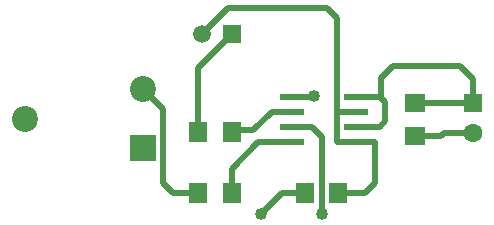
<source format=gbr>
G04 DipTrace 3.3.1.3*
G04 Top.gbr*
%MOIN*%
G04 #@! TF.FileFunction,Copper,L1,Top*
G04 #@! TF.Part,Single*
G04 #@! TA.AperFunction,Conductor*
%ADD13C,0.019685*%
%ADD15R,0.062992X0.070866*%
G04 #@! TA.AperFunction,ComponentPad*
%ADD16C,0.062992*%
%ADD17R,0.062992X0.062992*%
%ADD18R,0.070866X0.062992*%
G04 #@! TA.AperFunction,ComponentPad*
%ADD19C,0.059055*%
%ADD20R,0.059055X0.059055*%
%ADD21R,0.086614X0.086614*%
%ADD22C,0.086614*%
%ADD23R,0.07874X0.023622*%
G04 #@! TA.AperFunction,ViaPad*
%ADD24C,0.04*%
%FSLAX26Y26*%
G04*
G70*
G90*
G75*
G01*
G04 Top*
%LPD*%
X1462416Y814440D2*
D13*
X1527542D1*
X1561012Y780970D1*
Y525854D1*
X1359516D2*
X1428728Y595067D1*
X1505891D1*
X2065008Y793656D2*
X1968402D1*
X1957906Y783160D1*
X1870631D1*
X1535567Y916409D2*
X1533597Y914440D1*
X1462416D1*
Y864440D2*
X1394587D1*
X1333551Y803404D1*
X1265331D1*
X1260682Y798755D1*
X1262434Y1123312D2*
X1150446Y1011324D1*
Y798755D1*
X1616127Y595067D2*
X1704539D1*
X1738008Y628535D1*
Y764440D1*
X1675014D1*
X1612020D1*
Y864437D1*
Y1176465D1*
X1578555Y1209929D1*
X1249051D1*
X1162434Y1123312D1*
X1675014Y864440D2*
X1612020Y864437D1*
X1675014Y914440D2*
X1756594D1*
X1759388Y911646D1*
X1773562Y897472D1*
Y834302D1*
X1754302Y815042D1*
X1675617D1*
X1675014Y814440D1*
X2065008Y893656D2*
Y975260D1*
X2022911Y1017357D1*
X1799854D1*
X1759388Y976891D1*
Y911646D1*
X1870631Y893396D2*
X2064748D1*
X2065008Y893656D1*
X965185Y940709D2*
X1032114Y873780D1*
Y627067D1*
X1065581Y593600D1*
X1150535D1*
X1462416Y764440D2*
X1350006D1*
X1260772Y675205D1*
Y593600D1*
D24*
X1561012Y525854D3*
X1359516D3*
X1535567Y916409D3*
D15*
X1505891Y595067D3*
X1616127D3*
D16*
X2065008Y793656D3*
D17*
Y893656D3*
D18*
X1870631Y783160D3*
Y893396D3*
D19*
X1162434Y1123312D3*
D20*
X1262434D3*
D21*
X965185Y743858D3*
D22*
X571484Y842283D3*
X965185Y940709D3*
D15*
X1150535Y593600D3*
X1260772D3*
X1260682Y798755D3*
X1150446D3*
D23*
X1462416Y914440D3*
Y864440D3*
Y814440D3*
Y764440D3*
X1675014D3*
Y814440D3*
Y864440D3*
Y914440D3*
M02*

</source>
